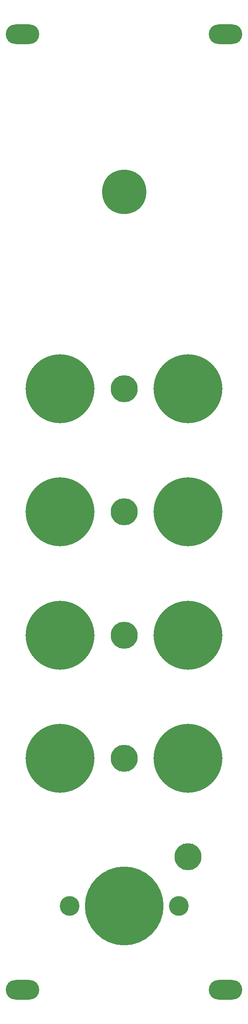
<source format=gbr>
G04 #@! TF.GenerationSoftware,KiCad,Pcbnew,5.1.9-73d0e3b20d~88~ubuntu20.04.1*
G04 #@! TF.CreationDate,2021-03-31T20:56:07-04:00*
G04 #@! TF.ProjectId,MCVI-panel,4d435649-2d70-4616-9e65-6c2e6b696361,rev?*
G04 #@! TF.SameCoordinates,Original*
G04 #@! TF.FileFunction,Soldermask,Top*
G04 #@! TF.FilePolarity,Negative*
%FSLAX46Y46*%
G04 Gerber Fmt 4.6, Leading zero omitted, Abs format (unit mm)*
G04 Created by KiCad (PCBNEW 5.1.9-73d0e3b20d~88~ubuntu20.04.1) date 2021-03-31 20:56:07*
%MOMM*%
%LPD*%
G01*
G04 APERTURE LIST*
%ADD10C,4.000000*%
%ADD11C,16.000000*%
%ADD12O,6.800000X4.000000*%
%ADD13C,14.000000*%
%ADD14C,5.500000*%
%ADD15C,9.000000*%
G04 APERTURE END LIST*
D10*
X52200000Y-187600000D03*
X30000000Y-187600000D03*
D11*
X41100000Y-187600000D03*
D12*
X61700000Y-204600000D03*
X61700000Y-10600000D03*
X20500000Y-10600000D03*
X20500000Y-204600000D03*
D13*
X54100000Y-82600000D03*
X28100000Y-82600000D03*
X28100000Y-107600000D03*
X54100000Y-107600000D03*
X54100000Y-132600000D03*
X28100000Y-132600000D03*
D14*
X54100000Y-177600000D03*
X41100000Y-157600000D03*
X41100000Y-132600000D03*
D13*
X28100000Y-157600000D03*
X54100000Y-157600000D03*
D14*
X41100000Y-132600000D03*
X41100000Y-82600000D03*
X41100000Y-107600000D03*
D15*
X41100000Y-42600000D03*
M02*

</source>
